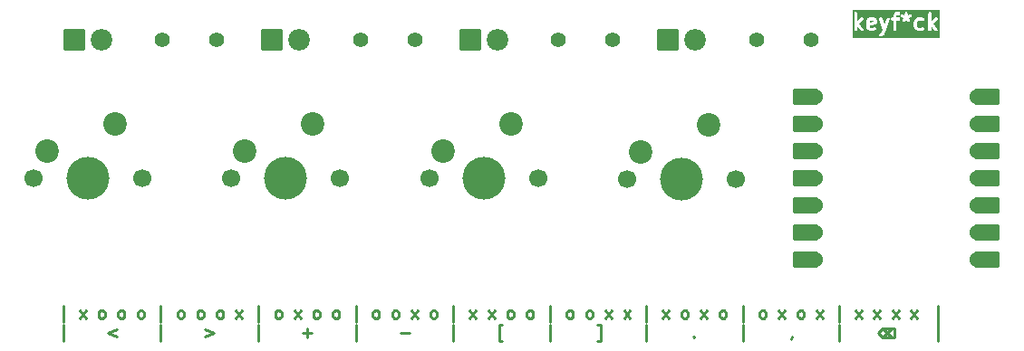
<source format=gbr>
%TF.GenerationSoftware,KiCad,Pcbnew,9.0.6*%
%TF.CreationDate,2025-11-15T14:27:32+00:00*%
%TF.ProjectId,keyfrick,6b657966-7269-4636-9b2e-6b696361645f,rev?*%
%TF.SameCoordinates,Original*%
%TF.FileFunction,Soldermask,Top*%
%TF.FilePolarity,Negative*%
%FSLAX46Y46*%
G04 Gerber Fmt 4.6, Leading zero omitted, Abs format (unit mm)*
G04 Created by KiCad (PCBNEW 9.0.6) date 2025-11-15 14:27:32*
%MOMM*%
%LPD*%
G01*
G04 APERTURE LIST*
G04 Aperture macros list*
%AMRoundRect*
0 Rectangle with rounded corners*
0 $1 Rounding radius*
0 $2 $3 $4 $5 $6 $7 $8 $9 X,Y pos of 4 corners*
0 Add a 4 corners polygon primitive as box body*
4,1,4,$2,$3,$4,$5,$6,$7,$8,$9,$2,$3,0*
0 Add four circle primitives for the rounded corners*
1,1,$1+$1,$2,$3*
1,1,$1+$1,$4,$5*
1,1,$1+$1,$6,$7*
1,1,$1+$1,$8,$9*
0 Add four rect primitives between the rounded corners*
20,1,$1+$1,$2,$3,$4,$5,0*
20,1,$1+$1,$4,$5,$6,$7,0*
20,1,$1+$1,$6,$7,$8,$9,0*
20,1,$1+$1,$8,$9,$2,$3,0*%
G04 Aperture macros list end*
%ADD10C,0.275000*%
%ADD11C,0.300000*%
%ADD12C,1.700000*%
%ADD13C,4.000000*%
%ADD14C,2.200000*%
%ADD15C,1.400000*%
%ADD16C,2.019000*%
%ADD17RoundRect,0.102000X-0.907500X-0.907500X0.907500X-0.907500X0.907500X0.907500X-0.907500X0.907500X0*%
%ADD18RoundRect,0.152400X1.063600X0.609600X-1.063600X0.609600X-1.063600X-0.609600X1.063600X-0.609600X0*%
%ADD19C,1.524000*%
%ADD20RoundRect,0.152400X-1.063600X-0.609600X1.063600X-0.609600X1.063600X0.609600X-1.063600X0.609600X0*%
G04 APERTURE END LIST*
D10*
X183957175Y-71878473D02*
X183957175Y-75219695D01*
D11*
G36*
X177915922Y-45234060D02*
G01*
X177942097Y-45286411D01*
X177534868Y-45367857D01*
X177534868Y-45300523D01*
X177568099Y-45234060D01*
X177634564Y-45200828D01*
X177849458Y-45200828D01*
X177915922Y-45234060D01*
G37*
G36*
X184058455Y-46866317D02*
G01*
X175925343Y-46866317D01*
X175925343Y-46532066D01*
X178450331Y-46532066D01*
X178454479Y-46590446D01*
X178480654Y-46642795D01*
X178524869Y-46681142D01*
X178580391Y-46699650D01*
X178638771Y-46695502D01*
X178666235Y-46684992D01*
X178809092Y-46613564D01*
X178821685Y-46605636D01*
X178825345Y-46604121D01*
X178829464Y-46600739D01*
X178833978Y-46597899D01*
X178836574Y-46594905D01*
X178848076Y-46585466D01*
X178919505Y-46514037D01*
X178938160Y-46491306D01*
X178938516Y-46490445D01*
X178939166Y-46489780D01*
X178952711Y-46463680D01*
X179095568Y-46106536D01*
X179096354Y-46103824D01*
X179097557Y-46101278D01*
X179454700Y-45101279D01*
X179461829Y-45072750D01*
X179459283Y-45021564D01*
X179523464Y-45021564D01*
X179523464Y-45080092D01*
X179545862Y-45134164D01*
X179587246Y-45175548D01*
X179641318Y-45197946D01*
X179670582Y-45200828D01*
X179734867Y-45200828D01*
X179734867Y-46050828D01*
X179737749Y-46080092D01*
X179760147Y-46134164D01*
X179801531Y-46175548D01*
X179855603Y-46197946D01*
X179914131Y-46197946D01*
X179968203Y-46175548D01*
X180009587Y-46134164D01*
X180031985Y-46080092D01*
X180034867Y-46050828D01*
X180034867Y-45200828D01*
X180242010Y-45200828D01*
X180271274Y-45197946D01*
X180325346Y-45175548D01*
X180366730Y-45134164D01*
X180389128Y-45080092D01*
X180389128Y-45021564D01*
X180366730Y-44967492D01*
X180325346Y-44926108D01*
X180271274Y-44903710D01*
X180242010Y-44900828D01*
X180034867Y-44900828D01*
X180034867Y-44800524D01*
X180066305Y-44737647D01*
X180451689Y-44737647D01*
X180452403Y-44796170D01*
X180475458Y-44849963D01*
X180517344Y-44890841D01*
X180543444Y-44904386D01*
X180718859Y-44974552D01*
X180622010Y-45103685D01*
X180606757Y-45128825D01*
X180592232Y-45185522D01*
X180600509Y-45243459D01*
X180630328Y-45293821D01*
X180677150Y-45328938D01*
X180733847Y-45343463D01*
X180791784Y-45335186D01*
X180842146Y-45305367D01*
X180862010Y-45283685D01*
X180956296Y-45157970D01*
X181050582Y-45283685D01*
X181070446Y-45305367D01*
X181120808Y-45335186D01*
X181178745Y-45343463D01*
X181205760Y-45336542D01*
X181663439Y-45336542D01*
X181663439Y-45765114D01*
X181666321Y-45794378D01*
X181668383Y-45799356D01*
X181668765Y-45804732D01*
X181679275Y-45832196D01*
X181750703Y-45975053D01*
X181758630Y-45987646D01*
X181760146Y-45991306D01*
X181763527Y-45995425D01*
X181766368Y-45999939D01*
X181769361Y-46002535D01*
X181778801Y-46014037D01*
X181850230Y-46085466D01*
X181861734Y-46094907D01*
X181864329Y-46097899D01*
X181868838Y-46100737D01*
X181872961Y-46104121D01*
X181876622Y-46105637D01*
X181889214Y-46113564D01*
X182032072Y-46184992D01*
X182059535Y-46195502D01*
X182064910Y-46195883D01*
X182069889Y-46197946D01*
X182099153Y-46200828D01*
X182384867Y-46200828D01*
X182414131Y-46197946D01*
X182419109Y-46195883D01*
X182424485Y-46195502D01*
X182451948Y-46184992D01*
X182594807Y-46113564D01*
X182619692Y-46097899D01*
X182658039Y-46053685D01*
X182676547Y-45998162D01*
X182672399Y-45939782D01*
X182646225Y-45887433D01*
X182602010Y-45849086D01*
X182546488Y-45830578D01*
X182488107Y-45834726D01*
X182460644Y-45845235D01*
X182349458Y-45900828D01*
X182134563Y-45900828D01*
X182045149Y-45856121D01*
X182008144Y-45819116D01*
X181963439Y-45729704D01*
X181963439Y-45371951D01*
X182008144Y-45282540D01*
X182045149Y-45245535D01*
X182134563Y-45200828D01*
X182349457Y-45200828D01*
X182460643Y-45256421D01*
X182488106Y-45266931D01*
X182546486Y-45271079D01*
X182602009Y-45252571D01*
X182646224Y-45214225D01*
X182672399Y-45161876D01*
X182676547Y-45103495D01*
X182658039Y-45047973D01*
X182619693Y-45003758D01*
X182594807Y-44988093D01*
X182451949Y-44916664D01*
X182424486Y-44906154D01*
X182419108Y-44905771D01*
X182414131Y-44903710D01*
X182384867Y-44900828D01*
X182099153Y-44900828D01*
X182069889Y-44903710D01*
X182064908Y-44905773D01*
X182059534Y-44906155D01*
X182032070Y-44916664D01*
X181889214Y-44988093D01*
X181876620Y-44996020D01*
X181872961Y-44997536D01*
X181868840Y-45000917D01*
X181864328Y-45003758D01*
X181861731Y-45006751D01*
X181850231Y-45016190D01*
X181778802Y-45087618D01*
X181769362Y-45099120D01*
X181766368Y-45101717D01*
X181763526Y-45106231D01*
X181760147Y-45110349D01*
X181758631Y-45114007D01*
X181750703Y-45126603D01*
X181679275Y-45269460D01*
X181668765Y-45296924D01*
X181668383Y-45302299D01*
X181666321Y-45307278D01*
X181663439Y-45336542D01*
X181205760Y-45336542D01*
X181235442Y-45328938D01*
X181282264Y-45293821D01*
X181312083Y-45243459D01*
X181320360Y-45185522D01*
X181305835Y-45128825D01*
X181290582Y-45103685D01*
X181193731Y-44974551D01*
X181369148Y-44904385D01*
X181395248Y-44890841D01*
X181437135Y-44849963D01*
X181460189Y-44796170D01*
X181460903Y-44737647D01*
X181439167Y-44683305D01*
X181398289Y-44641419D01*
X181344495Y-44618364D01*
X181285972Y-44617650D01*
X181257731Y-44625842D01*
X181106296Y-44686415D01*
X181106296Y-44550828D01*
X183020581Y-44550828D01*
X183020581Y-46050828D01*
X183023463Y-46080092D01*
X183045861Y-46134164D01*
X183087245Y-46175548D01*
X183141317Y-46197946D01*
X183199845Y-46197946D01*
X183253917Y-46175548D01*
X183295301Y-46134164D01*
X183317699Y-46080092D01*
X183320581Y-46050828D01*
X183320581Y-45738922D01*
X183622010Y-46140828D01*
X183641874Y-46162510D01*
X183692236Y-46192329D01*
X183750173Y-46200606D01*
X183806870Y-46186081D01*
X183853692Y-46150964D01*
X183883511Y-46100602D01*
X183891788Y-46042665D01*
X183877263Y-45985968D01*
X183862010Y-45960828D01*
X183511495Y-45493474D01*
X183848076Y-45156894D01*
X183866731Y-45134163D01*
X183889128Y-45080091D01*
X183889128Y-45021565D01*
X183866731Y-44967492D01*
X183825346Y-44926107D01*
X183771273Y-44903710D01*
X183712747Y-44903710D01*
X183658675Y-44926107D01*
X183635944Y-44944762D01*
X183320581Y-45260125D01*
X183320581Y-44550828D01*
X183317699Y-44521564D01*
X183295301Y-44467492D01*
X183253917Y-44426108D01*
X183199845Y-44403710D01*
X183141317Y-44403710D01*
X183087245Y-44426108D01*
X183045861Y-44467492D01*
X183023463Y-44521564D01*
X183020581Y-44550828D01*
X181106296Y-44550828D01*
X181103414Y-44521564D01*
X181081016Y-44467492D01*
X181039632Y-44426108D01*
X180985560Y-44403710D01*
X180927032Y-44403710D01*
X180872960Y-44426108D01*
X180831576Y-44467492D01*
X180809178Y-44521564D01*
X180806296Y-44550828D01*
X180806296Y-44686415D01*
X180654862Y-44625842D01*
X180626620Y-44617650D01*
X180568097Y-44618364D01*
X180514304Y-44641419D01*
X180473426Y-44683305D01*
X180451689Y-44737647D01*
X180066305Y-44737647D01*
X180068099Y-44734059D01*
X180134563Y-44700828D01*
X180242010Y-44700828D01*
X180271274Y-44697946D01*
X180325346Y-44675548D01*
X180366730Y-44634164D01*
X180389128Y-44580092D01*
X180389128Y-44521564D01*
X180366730Y-44467492D01*
X180325346Y-44426108D01*
X180271274Y-44403710D01*
X180242010Y-44400828D01*
X180099153Y-44400828D01*
X180069889Y-44403710D01*
X180064908Y-44405773D01*
X180059534Y-44406155D01*
X180032070Y-44416664D01*
X179889214Y-44488093D01*
X179884319Y-44491173D01*
X179882012Y-44491943D01*
X179879137Y-44494435D01*
X179864328Y-44503758D01*
X179852004Y-44517967D01*
X179837797Y-44530289D01*
X179828477Y-44545094D01*
X179825981Y-44547973D01*
X179825210Y-44550284D01*
X179822132Y-44555175D01*
X179750703Y-44698032D01*
X179740194Y-44725495D01*
X179739812Y-44730869D01*
X179737749Y-44735850D01*
X179734867Y-44765114D01*
X179734867Y-44900828D01*
X179670582Y-44900828D01*
X179641318Y-44903710D01*
X179587246Y-44926108D01*
X179545862Y-44967492D01*
X179523464Y-45021564D01*
X179459283Y-45021564D01*
X179458922Y-45014295D01*
X179433868Y-44961403D01*
X179390479Y-44922123D01*
X179335361Y-44902438D01*
X179276906Y-44905345D01*
X179224014Y-44930399D01*
X179184734Y-44973788D01*
X179172178Y-45000378D01*
X178956296Y-45604847D01*
X178740414Y-45000378D01*
X178727858Y-44973788D01*
X178688578Y-44930399D01*
X178635686Y-44905345D01*
X178577231Y-44902438D01*
X178522113Y-44922123D01*
X178478724Y-44961403D01*
X178453670Y-45014295D01*
X178450763Y-45072750D01*
X178457892Y-45101278D01*
X178795943Y-46047822D01*
X178685601Y-46323676D01*
X178653155Y-46356122D01*
X178532071Y-46416664D01*
X178507186Y-46432329D01*
X178468839Y-46476544D01*
X178450331Y-46532066D01*
X175925343Y-46532066D01*
X175925343Y-44550828D01*
X176092010Y-44550828D01*
X176092010Y-46050828D01*
X176094892Y-46080092D01*
X176117290Y-46134164D01*
X176158674Y-46175548D01*
X176212746Y-46197946D01*
X176271274Y-46197946D01*
X176325346Y-46175548D01*
X176366730Y-46134164D01*
X176389128Y-46080092D01*
X176392010Y-46050828D01*
X176392010Y-45738922D01*
X176693439Y-46140828D01*
X176713303Y-46162510D01*
X176763665Y-46192329D01*
X176821602Y-46200606D01*
X176878299Y-46186081D01*
X176925121Y-46150964D01*
X176954940Y-46100602D01*
X176963217Y-46042665D01*
X176948692Y-45985968D01*
X176933439Y-45960828D01*
X176582924Y-45493474D01*
X176811285Y-45265114D01*
X177234868Y-45265114D01*
X177234868Y-45836542D01*
X177237750Y-45865806D01*
X177239812Y-45870784D01*
X177240194Y-45876160D01*
X177250704Y-45903623D01*
X177322132Y-46046482D01*
X177325211Y-46051374D01*
X177325982Y-46053685D01*
X177328477Y-46056562D01*
X177337797Y-46071367D01*
X177352003Y-46083688D01*
X177364329Y-46097900D01*
X177379133Y-46107218D01*
X177382011Y-46109714D01*
X177384322Y-46110484D01*
X177389215Y-46113564D01*
X177532073Y-46184993D01*
X177559536Y-46195502D01*
X177564911Y-46195883D01*
X177569890Y-46197946D01*
X177599154Y-46200828D01*
X177884868Y-46200828D01*
X177914132Y-46197946D01*
X177919110Y-46195883D01*
X177924486Y-46195502D01*
X177951950Y-46184992D01*
X178094807Y-46113564D01*
X178119693Y-46097899D01*
X178158039Y-46053684D01*
X178176547Y-45998162D01*
X178172399Y-45939782D01*
X178146225Y-45887433D01*
X178102010Y-45849086D01*
X178046487Y-45830578D01*
X177988107Y-45834726D01*
X177960644Y-45845236D01*
X177849458Y-45900828D01*
X177634563Y-45900828D01*
X177568100Y-45867597D01*
X177534868Y-45801133D01*
X177534868Y-45673798D01*
X178128417Y-45555089D01*
X178128418Y-45555089D01*
X178128418Y-45555088D01*
X178128572Y-45555058D01*
X178156702Y-45546493D01*
X178168913Y-45538314D01*
X178182490Y-45532691D01*
X178192991Y-45522189D01*
X178205332Y-45513925D01*
X178213484Y-45501697D01*
X178223874Y-45491307D01*
X178229556Y-45477587D01*
X178237796Y-45465229D01*
X178240648Y-45450811D01*
X178246272Y-45437235D01*
X178249154Y-45407971D01*
X178249154Y-45407819D01*
X178249155Y-45407814D01*
X178249154Y-45407809D01*
X178249154Y-45265114D01*
X178246272Y-45235850D01*
X178244208Y-45230869D01*
X178243827Y-45225495D01*
X178233318Y-45198031D01*
X178161889Y-45055175D01*
X178158808Y-45050280D01*
X178158039Y-45047973D01*
X178155546Y-45045098D01*
X178146224Y-45030289D01*
X178132014Y-45017965D01*
X178119693Y-45003758D01*
X178104887Y-44994438D01*
X178102009Y-44991942D01*
X178099697Y-44991171D01*
X178094807Y-44988093D01*
X177951950Y-44916664D01*
X177924487Y-44906155D01*
X177919112Y-44905773D01*
X177914132Y-44903710D01*
X177884868Y-44900828D01*
X177599154Y-44900828D01*
X177569890Y-44903710D01*
X177564912Y-44905771D01*
X177559535Y-44906154D01*
X177532072Y-44916664D01*
X177389214Y-44988093D01*
X177384319Y-44991173D01*
X177382012Y-44991943D01*
X177379137Y-44994435D01*
X177364328Y-45003758D01*
X177352005Y-45017966D01*
X177337797Y-45030289D01*
X177328474Y-45045098D01*
X177325982Y-45047973D01*
X177325212Y-45050280D01*
X177322132Y-45055175D01*
X177250704Y-45198032D01*
X177240194Y-45225496D01*
X177239812Y-45230871D01*
X177237750Y-45235850D01*
X177234868Y-45265114D01*
X176811285Y-45265114D01*
X176919505Y-45156894D01*
X176938160Y-45134163D01*
X176960557Y-45080091D01*
X176960557Y-45021565D01*
X176938160Y-44967492D01*
X176896775Y-44926107D01*
X176842702Y-44903710D01*
X176784176Y-44903710D01*
X176730104Y-44926107D01*
X176707373Y-44944762D01*
X176392010Y-45260125D01*
X176392010Y-44550828D01*
X176389128Y-44521564D01*
X176366730Y-44467492D01*
X176325346Y-44426108D01*
X176271274Y-44403710D01*
X176212746Y-44403710D01*
X176158674Y-44426108D01*
X176117290Y-44467492D01*
X176094892Y-44521564D01*
X176092010Y-44550828D01*
X175925343Y-44550828D01*
X175925343Y-44234161D01*
X184058455Y-44234161D01*
X184058455Y-46866317D01*
G37*
D10*
X102204730Y-73446809D02*
X102204730Y-71875381D01*
X103723777Y-73080142D02*
X104299968Y-72346809D01*
X103723777Y-72346809D02*
X104299968Y-73080142D01*
X105714253Y-73080142D02*
X105609491Y-73027762D01*
X105609491Y-73027762D02*
X105557110Y-72975381D01*
X105557110Y-72975381D02*
X105504729Y-72870619D01*
X105504729Y-72870619D02*
X105504729Y-72556333D01*
X105504729Y-72556333D02*
X105557110Y-72451571D01*
X105557110Y-72451571D02*
X105609491Y-72399190D01*
X105609491Y-72399190D02*
X105714253Y-72346809D01*
X105714253Y-72346809D02*
X105871396Y-72346809D01*
X105871396Y-72346809D02*
X105976158Y-72399190D01*
X105976158Y-72399190D02*
X106028539Y-72451571D01*
X106028539Y-72451571D02*
X106080920Y-72556333D01*
X106080920Y-72556333D02*
X106080920Y-72870619D01*
X106080920Y-72870619D02*
X106028539Y-72975381D01*
X106028539Y-72975381D02*
X105976158Y-73027762D01*
X105976158Y-73027762D02*
X105871396Y-73080142D01*
X105871396Y-73080142D02*
X105714253Y-73080142D01*
X107547586Y-73080142D02*
X107442824Y-73027762D01*
X107442824Y-73027762D02*
X107390443Y-72975381D01*
X107390443Y-72975381D02*
X107338062Y-72870619D01*
X107338062Y-72870619D02*
X107338062Y-72556333D01*
X107338062Y-72556333D02*
X107390443Y-72451571D01*
X107390443Y-72451571D02*
X107442824Y-72399190D01*
X107442824Y-72399190D02*
X107547586Y-72346809D01*
X107547586Y-72346809D02*
X107704729Y-72346809D01*
X107704729Y-72346809D02*
X107809491Y-72399190D01*
X107809491Y-72399190D02*
X107861872Y-72451571D01*
X107861872Y-72451571D02*
X107914253Y-72556333D01*
X107914253Y-72556333D02*
X107914253Y-72870619D01*
X107914253Y-72870619D02*
X107861872Y-72975381D01*
X107861872Y-72975381D02*
X107809491Y-73027762D01*
X107809491Y-73027762D02*
X107704729Y-73080142D01*
X107704729Y-73080142D02*
X107547586Y-73080142D01*
X109380919Y-73080142D02*
X109276157Y-73027762D01*
X109276157Y-73027762D02*
X109223776Y-72975381D01*
X109223776Y-72975381D02*
X109171395Y-72870619D01*
X109171395Y-72870619D02*
X109171395Y-72556333D01*
X109171395Y-72556333D02*
X109223776Y-72451571D01*
X109223776Y-72451571D02*
X109276157Y-72399190D01*
X109276157Y-72399190D02*
X109380919Y-72346809D01*
X109380919Y-72346809D02*
X109538062Y-72346809D01*
X109538062Y-72346809D02*
X109642824Y-72399190D01*
X109642824Y-72399190D02*
X109695205Y-72451571D01*
X109695205Y-72451571D02*
X109747586Y-72556333D01*
X109747586Y-72556333D02*
X109747586Y-72870619D01*
X109747586Y-72870619D02*
X109695205Y-72975381D01*
X109695205Y-72975381D02*
X109642824Y-73027762D01*
X109642824Y-73027762D02*
X109538062Y-73080142D01*
X109538062Y-73080142D02*
X109380919Y-73080142D01*
X111319014Y-73446809D02*
X111319014Y-71875381D01*
X113099966Y-73080142D02*
X112995204Y-73027762D01*
X112995204Y-73027762D02*
X112942823Y-72975381D01*
X112942823Y-72975381D02*
X112890442Y-72870619D01*
X112890442Y-72870619D02*
X112890442Y-72556333D01*
X112890442Y-72556333D02*
X112942823Y-72451571D01*
X112942823Y-72451571D02*
X112995204Y-72399190D01*
X112995204Y-72399190D02*
X113099966Y-72346809D01*
X113099966Y-72346809D02*
X113257109Y-72346809D01*
X113257109Y-72346809D02*
X113361871Y-72399190D01*
X113361871Y-72399190D02*
X113414252Y-72451571D01*
X113414252Y-72451571D02*
X113466633Y-72556333D01*
X113466633Y-72556333D02*
X113466633Y-72870619D01*
X113466633Y-72870619D02*
X113414252Y-72975381D01*
X113414252Y-72975381D02*
X113361871Y-73027762D01*
X113361871Y-73027762D02*
X113257109Y-73080142D01*
X113257109Y-73080142D02*
X113099966Y-73080142D01*
X114933299Y-73080142D02*
X114828537Y-73027762D01*
X114828537Y-73027762D02*
X114776156Y-72975381D01*
X114776156Y-72975381D02*
X114723775Y-72870619D01*
X114723775Y-72870619D02*
X114723775Y-72556333D01*
X114723775Y-72556333D02*
X114776156Y-72451571D01*
X114776156Y-72451571D02*
X114828537Y-72399190D01*
X114828537Y-72399190D02*
X114933299Y-72346809D01*
X114933299Y-72346809D02*
X115090442Y-72346809D01*
X115090442Y-72346809D02*
X115195204Y-72399190D01*
X115195204Y-72399190D02*
X115247585Y-72451571D01*
X115247585Y-72451571D02*
X115299966Y-72556333D01*
X115299966Y-72556333D02*
X115299966Y-72870619D01*
X115299966Y-72870619D02*
X115247585Y-72975381D01*
X115247585Y-72975381D02*
X115195204Y-73027762D01*
X115195204Y-73027762D02*
X115090442Y-73080142D01*
X115090442Y-73080142D02*
X114933299Y-73080142D01*
X116766632Y-73080142D02*
X116661870Y-73027762D01*
X116661870Y-73027762D02*
X116609489Y-72975381D01*
X116609489Y-72975381D02*
X116557108Y-72870619D01*
X116557108Y-72870619D02*
X116557108Y-72556333D01*
X116557108Y-72556333D02*
X116609489Y-72451571D01*
X116609489Y-72451571D02*
X116661870Y-72399190D01*
X116661870Y-72399190D02*
X116766632Y-72346809D01*
X116766632Y-72346809D02*
X116923775Y-72346809D01*
X116923775Y-72346809D02*
X117028537Y-72399190D01*
X117028537Y-72399190D02*
X117080918Y-72451571D01*
X117080918Y-72451571D02*
X117133299Y-72556333D01*
X117133299Y-72556333D02*
X117133299Y-72870619D01*
X117133299Y-72870619D02*
X117080918Y-72975381D01*
X117080918Y-72975381D02*
X117028537Y-73027762D01*
X117028537Y-73027762D02*
X116923775Y-73080142D01*
X116923775Y-73080142D02*
X116766632Y-73080142D01*
X118338060Y-73080142D02*
X118914251Y-72346809D01*
X118338060Y-72346809D02*
X118914251Y-73080142D01*
X120433298Y-73446809D02*
X120433298Y-71875381D01*
X122214250Y-73080142D02*
X122109488Y-73027762D01*
X122109488Y-73027762D02*
X122057107Y-72975381D01*
X122057107Y-72975381D02*
X122004726Y-72870619D01*
X122004726Y-72870619D02*
X122004726Y-72556333D01*
X122004726Y-72556333D02*
X122057107Y-72451571D01*
X122057107Y-72451571D02*
X122109488Y-72399190D01*
X122109488Y-72399190D02*
X122214250Y-72346809D01*
X122214250Y-72346809D02*
X122371393Y-72346809D01*
X122371393Y-72346809D02*
X122476155Y-72399190D01*
X122476155Y-72399190D02*
X122528536Y-72451571D01*
X122528536Y-72451571D02*
X122580917Y-72556333D01*
X122580917Y-72556333D02*
X122580917Y-72870619D01*
X122580917Y-72870619D02*
X122528536Y-72975381D01*
X122528536Y-72975381D02*
X122476155Y-73027762D01*
X122476155Y-73027762D02*
X122371393Y-73080142D01*
X122371393Y-73080142D02*
X122214250Y-73080142D01*
X123785678Y-73080142D02*
X124361869Y-72346809D01*
X123785678Y-72346809D02*
X124361869Y-73080142D01*
X125776154Y-73080142D02*
X125671392Y-73027762D01*
X125671392Y-73027762D02*
X125619011Y-72975381D01*
X125619011Y-72975381D02*
X125566630Y-72870619D01*
X125566630Y-72870619D02*
X125566630Y-72556333D01*
X125566630Y-72556333D02*
X125619011Y-72451571D01*
X125619011Y-72451571D02*
X125671392Y-72399190D01*
X125671392Y-72399190D02*
X125776154Y-72346809D01*
X125776154Y-72346809D02*
X125933297Y-72346809D01*
X125933297Y-72346809D02*
X126038059Y-72399190D01*
X126038059Y-72399190D02*
X126090440Y-72451571D01*
X126090440Y-72451571D02*
X126142821Y-72556333D01*
X126142821Y-72556333D02*
X126142821Y-72870619D01*
X126142821Y-72870619D02*
X126090440Y-72975381D01*
X126090440Y-72975381D02*
X126038059Y-73027762D01*
X126038059Y-73027762D02*
X125933297Y-73080142D01*
X125933297Y-73080142D02*
X125776154Y-73080142D01*
X127609487Y-73080142D02*
X127504725Y-73027762D01*
X127504725Y-73027762D02*
X127452344Y-72975381D01*
X127452344Y-72975381D02*
X127399963Y-72870619D01*
X127399963Y-72870619D02*
X127399963Y-72556333D01*
X127399963Y-72556333D02*
X127452344Y-72451571D01*
X127452344Y-72451571D02*
X127504725Y-72399190D01*
X127504725Y-72399190D02*
X127609487Y-72346809D01*
X127609487Y-72346809D02*
X127766630Y-72346809D01*
X127766630Y-72346809D02*
X127871392Y-72399190D01*
X127871392Y-72399190D02*
X127923773Y-72451571D01*
X127923773Y-72451571D02*
X127976154Y-72556333D01*
X127976154Y-72556333D02*
X127976154Y-72870619D01*
X127976154Y-72870619D02*
X127923773Y-72975381D01*
X127923773Y-72975381D02*
X127871392Y-73027762D01*
X127871392Y-73027762D02*
X127766630Y-73080142D01*
X127766630Y-73080142D02*
X127609487Y-73080142D01*
X129547582Y-73446809D02*
X129547582Y-71875381D01*
X131328534Y-73080142D02*
X131223772Y-73027762D01*
X131223772Y-73027762D02*
X131171391Y-72975381D01*
X131171391Y-72975381D02*
X131119010Y-72870619D01*
X131119010Y-72870619D02*
X131119010Y-72556333D01*
X131119010Y-72556333D02*
X131171391Y-72451571D01*
X131171391Y-72451571D02*
X131223772Y-72399190D01*
X131223772Y-72399190D02*
X131328534Y-72346809D01*
X131328534Y-72346809D02*
X131485677Y-72346809D01*
X131485677Y-72346809D02*
X131590439Y-72399190D01*
X131590439Y-72399190D02*
X131642820Y-72451571D01*
X131642820Y-72451571D02*
X131695201Y-72556333D01*
X131695201Y-72556333D02*
X131695201Y-72870619D01*
X131695201Y-72870619D02*
X131642820Y-72975381D01*
X131642820Y-72975381D02*
X131590439Y-73027762D01*
X131590439Y-73027762D02*
X131485677Y-73080142D01*
X131485677Y-73080142D02*
X131328534Y-73080142D01*
X133161867Y-73080142D02*
X133057105Y-73027762D01*
X133057105Y-73027762D02*
X133004724Y-72975381D01*
X133004724Y-72975381D02*
X132952343Y-72870619D01*
X132952343Y-72870619D02*
X132952343Y-72556333D01*
X132952343Y-72556333D02*
X133004724Y-72451571D01*
X133004724Y-72451571D02*
X133057105Y-72399190D01*
X133057105Y-72399190D02*
X133161867Y-72346809D01*
X133161867Y-72346809D02*
X133319010Y-72346809D01*
X133319010Y-72346809D02*
X133423772Y-72399190D01*
X133423772Y-72399190D02*
X133476153Y-72451571D01*
X133476153Y-72451571D02*
X133528534Y-72556333D01*
X133528534Y-72556333D02*
X133528534Y-72870619D01*
X133528534Y-72870619D02*
X133476153Y-72975381D01*
X133476153Y-72975381D02*
X133423772Y-73027762D01*
X133423772Y-73027762D02*
X133319010Y-73080142D01*
X133319010Y-73080142D02*
X133161867Y-73080142D01*
X134733295Y-73080142D02*
X135309486Y-72346809D01*
X134733295Y-72346809D02*
X135309486Y-73080142D01*
X136723771Y-73080142D02*
X136619009Y-73027762D01*
X136619009Y-73027762D02*
X136566628Y-72975381D01*
X136566628Y-72975381D02*
X136514247Y-72870619D01*
X136514247Y-72870619D02*
X136514247Y-72556333D01*
X136514247Y-72556333D02*
X136566628Y-72451571D01*
X136566628Y-72451571D02*
X136619009Y-72399190D01*
X136619009Y-72399190D02*
X136723771Y-72346809D01*
X136723771Y-72346809D02*
X136880914Y-72346809D01*
X136880914Y-72346809D02*
X136985676Y-72399190D01*
X136985676Y-72399190D02*
X137038057Y-72451571D01*
X137038057Y-72451571D02*
X137090438Y-72556333D01*
X137090438Y-72556333D02*
X137090438Y-72870619D01*
X137090438Y-72870619D02*
X137038057Y-72975381D01*
X137038057Y-72975381D02*
X136985676Y-73027762D01*
X136985676Y-73027762D02*
X136880914Y-73080142D01*
X136880914Y-73080142D02*
X136723771Y-73080142D01*
X138661866Y-73446809D02*
X138661866Y-71875381D01*
X140180913Y-73080142D02*
X140757104Y-72346809D01*
X140180913Y-72346809D02*
X140757104Y-73080142D01*
X141909484Y-73080142D02*
X142485675Y-72346809D01*
X141909484Y-72346809D02*
X142485675Y-73080142D01*
X143899960Y-73080142D02*
X143795198Y-73027762D01*
X143795198Y-73027762D02*
X143742817Y-72975381D01*
X143742817Y-72975381D02*
X143690436Y-72870619D01*
X143690436Y-72870619D02*
X143690436Y-72556333D01*
X143690436Y-72556333D02*
X143742817Y-72451571D01*
X143742817Y-72451571D02*
X143795198Y-72399190D01*
X143795198Y-72399190D02*
X143899960Y-72346809D01*
X143899960Y-72346809D02*
X144057103Y-72346809D01*
X144057103Y-72346809D02*
X144161865Y-72399190D01*
X144161865Y-72399190D02*
X144214246Y-72451571D01*
X144214246Y-72451571D02*
X144266627Y-72556333D01*
X144266627Y-72556333D02*
X144266627Y-72870619D01*
X144266627Y-72870619D02*
X144214246Y-72975381D01*
X144214246Y-72975381D02*
X144161865Y-73027762D01*
X144161865Y-73027762D02*
X144057103Y-73080142D01*
X144057103Y-73080142D02*
X143899960Y-73080142D01*
X145733293Y-73080142D02*
X145628531Y-73027762D01*
X145628531Y-73027762D02*
X145576150Y-72975381D01*
X145576150Y-72975381D02*
X145523769Y-72870619D01*
X145523769Y-72870619D02*
X145523769Y-72556333D01*
X145523769Y-72556333D02*
X145576150Y-72451571D01*
X145576150Y-72451571D02*
X145628531Y-72399190D01*
X145628531Y-72399190D02*
X145733293Y-72346809D01*
X145733293Y-72346809D02*
X145890436Y-72346809D01*
X145890436Y-72346809D02*
X145995198Y-72399190D01*
X145995198Y-72399190D02*
X146047579Y-72451571D01*
X146047579Y-72451571D02*
X146099960Y-72556333D01*
X146099960Y-72556333D02*
X146099960Y-72870619D01*
X146099960Y-72870619D02*
X146047579Y-72975381D01*
X146047579Y-72975381D02*
X145995198Y-73027762D01*
X145995198Y-73027762D02*
X145890436Y-73080142D01*
X145890436Y-73080142D02*
X145733293Y-73080142D01*
X147671388Y-73446809D02*
X147671388Y-71875381D01*
X149452340Y-73080142D02*
X149347578Y-73027762D01*
X149347578Y-73027762D02*
X149295197Y-72975381D01*
X149295197Y-72975381D02*
X149242816Y-72870619D01*
X149242816Y-72870619D02*
X149242816Y-72556333D01*
X149242816Y-72556333D02*
X149295197Y-72451571D01*
X149295197Y-72451571D02*
X149347578Y-72399190D01*
X149347578Y-72399190D02*
X149452340Y-72346809D01*
X149452340Y-72346809D02*
X149609483Y-72346809D01*
X149609483Y-72346809D02*
X149714245Y-72399190D01*
X149714245Y-72399190D02*
X149766626Y-72451571D01*
X149766626Y-72451571D02*
X149819007Y-72556333D01*
X149819007Y-72556333D02*
X149819007Y-72870619D01*
X149819007Y-72870619D02*
X149766626Y-72975381D01*
X149766626Y-72975381D02*
X149714245Y-73027762D01*
X149714245Y-73027762D02*
X149609483Y-73080142D01*
X149609483Y-73080142D02*
X149452340Y-73080142D01*
X151285673Y-73080142D02*
X151180911Y-73027762D01*
X151180911Y-73027762D02*
X151128530Y-72975381D01*
X151128530Y-72975381D02*
X151076149Y-72870619D01*
X151076149Y-72870619D02*
X151076149Y-72556333D01*
X151076149Y-72556333D02*
X151128530Y-72451571D01*
X151128530Y-72451571D02*
X151180911Y-72399190D01*
X151180911Y-72399190D02*
X151285673Y-72346809D01*
X151285673Y-72346809D02*
X151442816Y-72346809D01*
X151442816Y-72346809D02*
X151547578Y-72399190D01*
X151547578Y-72399190D02*
X151599959Y-72451571D01*
X151599959Y-72451571D02*
X151652340Y-72556333D01*
X151652340Y-72556333D02*
X151652340Y-72870619D01*
X151652340Y-72870619D02*
X151599959Y-72975381D01*
X151599959Y-72975381D02*
X151547578Y-73027762D01*
X151547578Y-73027762D02*
X151442816Y-73080142D01*
X151442816Y-73080142D02*
X151285673Y-73080142D01*
X152857101Y-73080142D02*
X153433292Y-72346809D01*
X152857101Y-72346809D02*
X153433292Y-73080142D01*
X154585672Y-73080142D02*
X155161863Y-72346809D01*
X154585672Y-72346809D02*
X155161863Y-73080142D01*
X156680910Y-73446809D02*
X156680910Y-71875381D01*
X158199957Y-73080142D02*
X158776148Y-72346809D01*
X158199957Y-72346809D02*
X158776148Y-73080142D01*
X160190433Y-73080142D02*
X160085671Y-73027762D01*
X160085671Y-73027762D02*
X160033290Y-72975381D01*
X160033290Y-72975381D02*
X159980909Y-72870619D01*
X159980909Y-72870619D02*
X159980909Y-72556333D01*
X159980909Y-72556333D02*
X160033290Y-72451571D01*
X160033290Y-72451571D02*
X160085671Y-72399190D01*
X160085671Y-72399190D02*
X160190433Y-72346809D01*
X160190433Y-72346809D02*
X160347576Y-72346809D01*
X160347576Y-72346809D02*
X160452338Y-72399190D01*
X160452338Y-72399190D02*
X160504719Y-72451571D01*
X160504719Y-72451571D02*
X160557100Y-72556333D01*
X160557100Y-72556333D02*
X160557100Y-72870619D01*
X160557100Y-72870619D02*
X160504719Y-72975381D01*
X160504719Y-72975381D02*
X160452338Y-73027762D01*
X160452338Y-73027762D02*
X160347576Y-73080142D01*
X160347576Y-73080142D02*
X160190433Y-73080142D01*
X161761861Y-73080142D02*
X162338052Y-72346809D01*
X161761861Y-72346809D02*
X162338052Y-73080142D01*
X163752337Y-73080142D02*
X163647575Y-73027762D01*
X163647575Y-73027762D02*
X163595194Y-72975381D01*
X163595194Y-72975381D02*
X163542813Y-72870619D01*
X163542813Y-72870619D02*
X163542813Y-72556333D01*
X163542813Y-72556333D02*
X163595194Y-72451571D01*
X163595194Y-72451571D02*
X163647575Y-72399190D01*
X163647575Y-72399190D02*
X163752337Y-72346809D01*
X163752337Y-72346809D02*
X163909480Y-72346809D01*
X163909480Y-72346809D02*
X164014242Y-72399190D01*
X164014242Y-72399190D02*
X164066623Y-72451571D01*
X164066623Y-72451571D02*
X164119004Y-72556333D01*
X164119004Y-72556333D02*
X164119004Y-72870619D01*
X164119004Y-72870619D02*
X164066623Y-72975381D01*
X164066623Y-72975381D02*
X164014242Y-73027762D01*
X164014242Y-73027762D02*
X163909480Y-73080142D01*
X163909480Y-73080142D02*
X163752337Y-73080142D01*
X165690432Y-73446809D02*
X165690432Y-71875381D01*
X167471384Y-73080142D02*
X167366622Y-73027762D01*
X167366622Y-73027762D02*
X167314241Y-72975381D01*
X167314241Y-72975381D02*
X167261860Y-72870619D01*
X167261860Y-72870619D02*
X167261860Y-72556333D01*
X167261860Y-72556333D02*
X167314241Y-72451571D01*
X167314241Y-72451571D02*
X167366622Y-72399190D01*
X167366622Y-72399190D02*
X167471384Y-72346809D01*
X167471384Y-72346809D02*
X167628527Y-72346809D01*
X167628527Y-72346809D02*
X167733289Y-72399190D01*
X167733289Y-72399190D02*
X167785670Y-72451571D01*
X167785670Y-72451571D02*
X167838051Y-72556333D01*
X167838051Y-72556333D02*
X167838051Y-72870619D01*
X167838051Y-72870619D02*
X167785670Y-72975381D01*
X167785670Y-72975381D02*
X167733289Y-73027762D01*
X167733289Y-73027762D02*
X167628527Y-73080142D01*
X167628527Y-73080142D02*
X167471384Y-73080142D01*
X169042812Y-73080142D02*
X169619003Y-72346809D01*
X169042812Y-72346809D02*
X169619003Y-73080142D01*
X171033288Y-73080142D02*
X170928526Y-73027762D01*
X170928526Y-73027762D02*
X170876145Y-72975381D01*
X170876145Y-72975381D02*
X170823764Y-72870619D01*
X170823764Y-72870619D02*
X170823764Y-72556333D01*
X170823764Y-72556333D02*
X170876145Y-72451571D01*
X170876145Y-72451571D02*
X170928526Y-72399190D01*
X170928526Y-72399190D02*
X171033288Y-72346809D01*
X171033288Y-72346809D02*
X171190431Y-72346809D01*
X171190431Y-72346809D02*
X171295193Y-72399190D01*
X171295193Y-72399190D02*
X171347574Y-72451571D01*
X171347574Y-72451571D02*
X171399955Y-72556333D01*
X171399955Y-72556333D02*
X171399955Y-72870619D01*
X171399955Y-72870619D02*
X171347574Y-72975381D01*
X171347574Y-72975381D02*
X171295193Y-73027762D01*
X171295193Y-73027762D02*
X171190431Y-73080142D01*
X171190431Y-73080142D02*
X171033288Y-73080142D01*
X172604716Y-73080142D02*
X173180907Y-72346809D01*
X172604716Y-72346809D02*
X173180907Y-73080142D01*
X174699954Y-73446809D02*
X174699954Y-71875381D01*
X176219001Y-73080142D02*
X176795192Y-72346809D01*
X176219001Y-72346809D02*
X176795192Y-73080142D01*
X177947572Y-73080142D02*
X178523763Y-72346809D01*
X177947572Y-72346809D02*
X178523763Y-73080142D01*
X179676143Y-73080142D02*
X180252334Y-72346809D01*
X179676143Y-72346809D02*
X180252334Y-73080142D01*
X181404714Y-73080142D02*
X181980905Y-72346809D01*
X181404714Y-72346809D02*
X181980905Y-73080142D01*
X102204730Y-75217747D02*
X102204730Y-73646319D01*
X107180920Y-74117747D02*
X106342824Y-74432033D01*
X106342824Y-74432033D02*
X107180920Y-74746319D01*
X111319014Y-75217747D02*
X111319014Y-73646319D01*
X115457108Y-74117747D02*
X116295204Y-74432033D01*
X116295204Y-74432033D02*
X115457108Y-74746319D01*
X120433298Y-75217747D02*
X120433298Y-73646319D01*
X124571392Y-74432033D02*
X125409488Y-74432033D01*
X124990440Y-74851080D02*
X124990440Y-74012985D01*
X129547582Y-75217747D02*
X129547582Y-73646319D01*
X133685676Y-74432033D02*
X134523772Y-74432033D01*
X138661866Y-75217747D02*
X138661866Y-73646319D01*
X143219008Y-75217747D02*
X142957103Y-75217747D01*
X142957103Y-75217747D02*
X142957103Y-73646319D01*
X142957103Y-73646319D02*
X143219008Y-73646319D01*
X147671388Y-75217747D02*
X147671388Y-73646319D01*
X152123768Y-75217747D02*
X152385673Y-75217747D01*
X152385673Y-75217747D02*
X152385673Y-73646319D01*
X152385673Y-73646319D02*
X152123768Y-73646319D01*
X156680910Y-75217747D02*
X156680910Y-73646319D01*
X161133290Y-74746319D02*
X161185671Y-74798700D01*
X161185671Y-74798700D02*
X161133290Y-74851080D01*
X161133290Y-74851080D02*
X161080909Y-74798700D01*
X161080909Y-74798700D02*
X161133290Y-74746319D01*
X161133290Y-74746319D02*
X161133290Y-74851080D01*
X165690433Y-75217747D02*
X165690433Y-73646319D01*
X170299956Y-74798700D02*
X170299956Y-74851080D01*
X170299956Y-74851080D02*
X170247575Y-74955842D01*
X170247575Y-74955842D02*
X170195194Y-75008223D01*
X174699956Y-75217747D02*
X174699956Y-73646319D01*
X179623765Y-74012985D02*
X178785670Y-74851080D01*
X178785670Y-74012985D02*
X179623765Y-74851080D01*
X179833289Y-74012985D02*
X178785670Y-74012985D01*
X178785670Y-74012985D02*
X178366622Y-74432033D01*
X178366622Y-74432033D02*
X178785670Y-74851080D01*
X178785670Y-74851080D02*
X179833289Y-74851080D01*
X179833289Y-74851080D02*
X179833289Y-74012985D01*
D12*
%TO.C,SW3*%
X136420000Y-60000000D03*
D13*
X141500000Y-60000000D03*
D12*
X146580000Y-60000000D03*
D14*
X144040000Y-54920000D03*
X137690000Y-57460000D03*
%TD*%
D15*
%TO.C,R3*%
X148460000Y-47000000D03*
X153540000Y-47000000D03*
%TD*%
D16*
%TO.C,D3*%
X142770000Y-47000000D03*
D17*
X140230000Y-47000000D03*
%TD*%
D12*
%TO.C,SW2*%
X117920000Y-60000000D03*
D13*
X123000000Y-60000000D03*
D12*
X128080000Y-60000000D03*
D14*
X125540000Y-54920000D03*
X119190000Y-57460000D03*
%TD*%
D15*
%TO.C,R2*%
X129960000Y-47000000D03*
X135040000Y-47000000D03*
%TD*%
D12*
%TO.C,SW1*%
X99420000Y-60000000D03*
D13*
X104500000Y-60000000D03*
D12*
X109580000Y-60000000D03*
D14*
X107040000Y-54920000D03*
X100690000Y-57460000D03*
%TD*%
D15*
%TO.C,R1*%
X111460000Y-47000000D03*
X116540000Y-47000000D03*
%TD*%
D16*
%TO.C,D1*%
X105770000Y-47000000D03*
D17*
X103230000Y-47000000D03*
%TD*%
D16*
%TO.C,D2*%
X124270000Y-47000000D03*
D17*
X121730000Y-47000000D03*
%TD*%
D18*
%TO.C,U1*%
X171545000Y-52380000D03*
D19*
X172380000Y-52380000D03*
D18*
X171545000Y-54920000D03*
D19*
X172380000Y-54920000D03*
D18*
X171545000Y-57460000D03*
D19*
X172380000Y-57460000D03*
D18*
X171545000Y-60000000D03*
D19*
X172380000Y-60000000D03*
D18*
X171545000Y-62540000D03*
D19*
X172380000Y-62540000D03*
D18*
X171545000Y-65080000D03*
D19*
X172380000Y-65080000D03*
D18*
X171545000Y-67620000D03*
D19*
X172380000Y-67620000D03*
X187620000Y-67620000D03*
D20*
X188455000Y-67620000D03*
D19*
X187620000Y-65080000D03*
D20*
X188455000Y-65080000D03*
D19*
X187620000Y-62540000D03*
D20*
X188455000Y-62540000D03*
D19*
X187620000Y-60000000D03*
D20*
X188455000Y-60000000D03*
D19*
X187620000Y-57460000D03*
D20*
X188455000Y-57460000D03*
D19*
X187620000Y-54920000D03*
D20*
X188455000Y-54920000D03*
D19*
X187620000Y-52380000D03*
D20*
X188455000Y-52380000D03*
%TD*%
D15*
%TO.C,R4*%
X166960000Y-47000000D03*
X172040000Y-47000000D03*
%TD*%
D16*
%TO.C,D4*%
X161270000Y-47000000D03*
D17*
X158730000Y-47000000D03*
%TD*%
D12*
%TO.C,SW4*%
X154920000Y-60040000D03*
D13*
X160000000Y-60040000D03*
D12*
X165080000Y-60040000D03*
D14*
X162540000Y-54960000D03*
X156190000Y-57500000D03*
%TD*%
M02*

</source>
